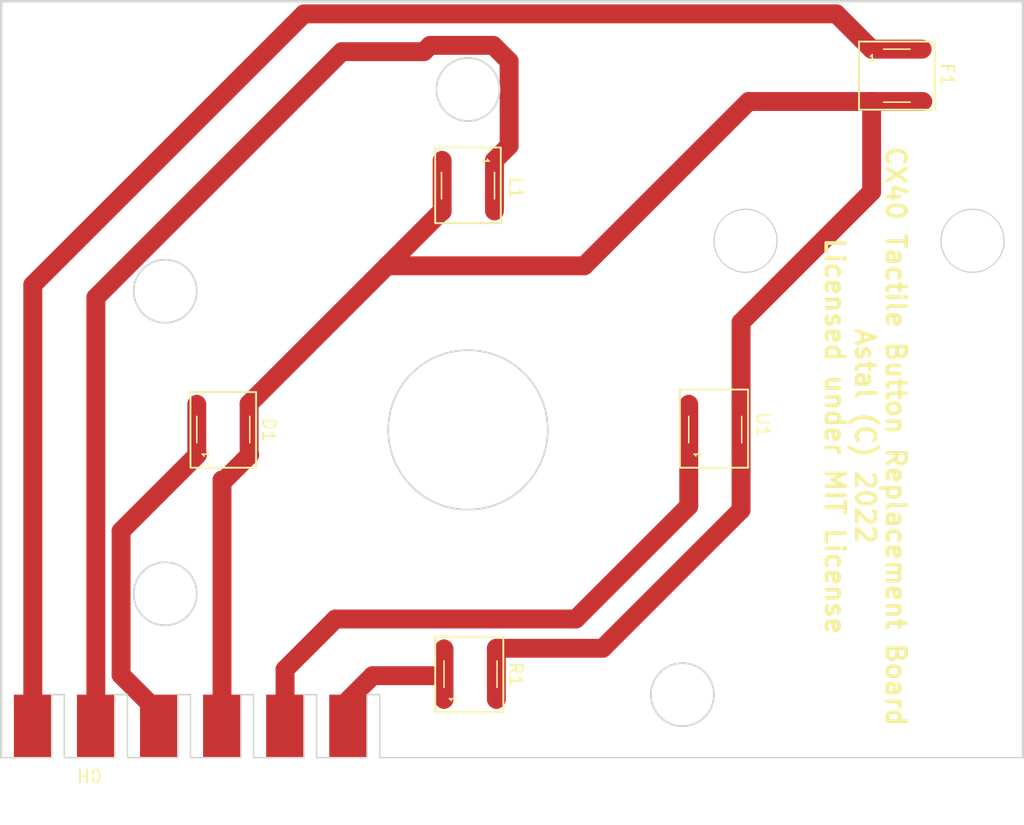
<source format=kicad_pcb>
(kicad_pcb (version 20211014) (generator pcbnew)
  (layers (0 "F.Cu" signal) (31 "B.Cu" signal) (34 "B.Paste" user) (35 "F.Paste" user) (36 "B.SilkS" user "B.Silkscreen") (37 "F.SilkS" user "F.Silkscreen") (38 "B.Mask" user) (39 "F.Mask" user) (44 "Edge.Cuts" user))
  (net 0 "")
  (net 1 "Net-(H0-Pad5)")
  (net 2 "Net-(H0-Pad6)")
  (net 3 "Net-(D1-Pad1)")
  (net 4 "Net-(F1-Pad1)")
  (net 5 "Net-(H0-Pad2)")
  (net 6 "Net-(D1-Pad2)")
  (footprint "CX40:Button" (layer "F.Cu") (at 144.7 97.075 -90)
    (fp_text reference "L1" (at -8.275 -9.1 -90 unlocked) (layer "F.SilkS"))
    (fp_text value "Button")
    (fp_text user "1" (at -10.4 -6.7 -90 unlocked) (layer "F.SilkS") (effects (font (size 0.5 0.5) (thickness 0.125))))
    (fp_line (start -9.5 -7.4) (end -7.4 -7.4) (layer "F.SilkS") (width 0.12))
    (fp_line (start -9.5 -3.2) (end -7.4 -3.2) (layer "F.SilkS") (width 0.12))
    (pad "1" smd roundrect (at -10.45 -7.4 270) (size 1.5 0.5) (layers "F.Cu" "F.Paste" "F.Mask") (net 5 "Net-(H0-Pad2)"))
    (pad "1" smd roundrect (at -6.45 -7.4 270) (size 1.5 0.5) (layers "F.Cu" "F.Paste" "F.Mask") (net 5 "Net-(H0-Pad2)"))
    (pad "2" smd roundrect (at -10.45 -3.25 270) (size 1.5 0.5) (layers "F.Cu" "F.Paste" "F.Mask") (net 6 "Net-(D1-Pad2)"))
    (pad "2" smd roundrect (at -6.4 -3.25 270) (size 1.5 0.5) (layers "F.Cu" "F.Paste" "F.Mask") (net 6 "Net-(D1-Pad2)"))
  )
  (footprint "CX40:Button" (layer "F.Cu") (at 174.9 99.525 90)
    (fp_text reference "U1" (at -8.075 -1.5 270 unlocked) (layer "F.SilkS"))
    (fp_text value "Button")
    (fp_text user "1" (at -10.4 -6.7 90 unlocked) (layer "F.SilkS") (effects (font (size 0.5 0.5) (thickness 0.125))))
    (fp_line (start -9.5 -3.2) (end -7.4 -3.2) (layer "F.SilkS") (width 0.12))
    (fp_line (start -9.5 -7.4) (end -7.4 -7.4) (layer "F.SilkS") (width 0.12))
    (pad "1" smd roundrect (at -6.45 -7.4 90) (size 1.5 0.5) (layers "F.Cu" "F.Paste" "F.Mask") (net 1 "Net-(H0-Pad5)"))
    (pad "1" smd roundrect (at -10.45 -7.4 90) (size 1.5 0.5) (layers "F.Cu" "F.Paste" "F.Mask") (net 1 "Net-(H0-Pad5)"))
    (pad "2" smd roundrect (at -6.4 -3.25 90) (size 1.5 0.5) (layers "F.Cu" "F.Paste" "F.Mask") (net 6 "Net-(D1-Pad2)"))
    (pad "2" smd roundrect (at -10.45 -3.25 90) (size 1.5 0.5) (layers "F.Cu" "F.Paste" "F.Mask") (net 6 "Net-(D1-Pad2)"))
  )
  (footprint "CX40:CableBreakout" (layer "F.Cu") (at 120 136)
    (fp_text reference "H0" (at 0 -0.5 unlocked) (layer "F.SilkS"))
    (fp_text value "CX40-WIRE-HEAD")
    (fp_line (start -3 -2) (end -6 -2) (layer "Edge.Cuts") (width 0.12))
    (fp_line (start 7 -7) (end 8 -7) (layer "Edge.Cuts") (width 0.12))
    (fp_line (start 17 -7) (end 18 -7) (layer "Edge.Cuts") (width 0.12))
    (fp_line (start -2 -7) (end -3 -7) (layer "Edge.Cuts") (width 0.12))
    (fp_line (start 22 -2) (end 22 -7) (layer "Edge.Cuts") (width 0.12))
    (fp_line (start 7 -2) (end 7 -7) (layer "Edge.Cuts") (width 0.12))
    (fp_line (start 3 -7) (end 3 -2) (layer "Edge.Cuts") (width 0.12))
    (fp_line (start 2 -2) (end 2 -7) (layer "Edge.Cuts") (width 0.12))
    (fp_line (start 13 -7) (end 13 -2) (layer "Edge.Cuts") (width 0.12))
    (fp_line (start 2 -7) (end 2.75 -7) (layer "Edge.Cuts") (width 0.12))
    (fp_line (start -2 -2) (end -1 -2) (layer "Edge.Cuts") (width 0.12))
    (fp_line (start 17 -6.75) (end 17 -7) (layer "Edge.Cuts") (width 0.12))
    (fp_line (start 8 -7) (end 8 -2) (layer "Edge.Cuts") (width 0.12))
    (fp_line (start 3 -2) (end 7 -2) (layer "Edge.Cuts") (width 0.12))
    (fp_line (start 12 -2) (end 12 -7) (layer "Edge.Cuts") (width 0.12))
    (fp_line (start 23 -7) (end 23 -2) (layer "Edge.Cuts") (width 0.12))
    (fp_line (start 17 -2) (end 17 -6.75) (layer "Edge.Cuts") (width 0.12))
    (fp_line (start 22 -7) (end 23 -7) (layer "Edge.Cuts") (width 0.12))
    (fp_line (start 18 -7) (end 18 -2) (layer "Edge.Cuts") (width 0.12))
    (fp_line (start 8 -2) (end 12 -2) (layer "Edge.Cuts") (width 0.12))
    (fp_line (start -2 -2) (end -2 -7) (layer "Edge.Cuts") (width 0.12))
    (fp_line (start 12 -7) (end 13 -7) (layer "Edge.Cuts") (width 0.12))
    (fp_line (start 2.75 -7) (end 3 -7) (layer "Edge.Cuts") (width 0.12))
    (fp_line (start -3 -2) (end -3 -7) (layer "Edge.Cuts") (width 0.12))
    (fp_line (start -1 -2) (end 2 -2) (layer "Edge.Cuts") (width 0.12))
    (fp_line (start 13 -2) (end 17 -2) (layer "Edge.Cuts") (width 0.12))
    (fp_line (start 18 -2) (end 22 -2) (layer "Edge.Cuts") (width 0.12))
    (pad "1" connect rect (at -4.5 -4.5) (size 3 5) (layers "F.Cu" "F.Mask") (net 4 "Net-(F1-Pad1)"))
    (pad "2" connect rect (at 0.5 -4.5) (size 3 5) (layers "F.Cu" "F.Mask") (net 5 "Net-(H0-Pad2)"))
    (pad "3" connect rect (at 5.5 -4.5) (size 3 5) (layers "F.Cu" "F.Mask") (net 3 "Net-(D1-Pad1)"))
    (pad "4" connect rect (at 10.5 -4.5) (size 3 5) (layers "F.Cu" "F.Mask") (net 6 "Net-(D1-Pad2)"))
    (pad "5" connect rect (at 15.5 -4.5) (size 3 5) (layers "F.Cu" "F.Mask") (net 1 "Net-(H0-Pad5)"))
    (pad "6" connect rect (at 20.5 -4.5) (size 3 5) (layers "F.Cu" "F.Mask") (net 2 "Net-(H0-Pad6)"))
  )
  (footprint "CX40:Button" (layer "F.Cu") (at 192.45 85.2)
    (fp_text reference "F1" (at -4.45 -5.4 270 unlocked) (layer "F.SilkS"))
    (fp_text value "Button")
    (fp_text user "1" (at -10.4 -6.7 unlocked) (layer "F.SilkS") (effects (font (size 0.5 0.5) (thickness 0.125))))
    (fp_line (start -9.5 -3.2) (end -7.4 -3.2) (layer "F.SilkS") (width 0.12))
    (fp_line (start -9.5 -7.4) (end -7.4 -7.4) (layer "F.SilkS") (width 0.12))
    (pad "1" smd roundrect (at -10.45 -7.4) (size 1.5 0.5) (layers "F.Cu" "F.Paste" "F.Mask") (net 4 "Net-(F1-Pad1)"))
    (pad "1" smd roundrect (at -6.45 -7.4) (size 1.5 0.5) (layers "F.Cu" "F.Paste" "F.Mask") (net 4 "Net-(F1-Pad1)"))
    (pad "2" smd roundrect (at -10.45 -3.25) (size 1.5 0.5) (layers "F.Cu" "F.Paste" "F.Mask") (net 6 "Net-(D1-Pad2)"))
    (pad "2" smd roundrect (at -6.4 -3.25) (size 1.5 0.5) (layers "F.Cu" "F.Paste" "F.Mask") (net 6 "Net-(D1-Pad2)"))
  )
  (footprint "CX40:Button" (layer "F.Cu") (at 135.9 99.525 90)
    (fp_text reference "D1" (at -8.475 -1.7 270 unlocked) (layer "F.SilkS"))
    (fp_text value "Button")
    (fp_text user "1" (at -10.4 -6.7 90 unlocked) (layer "F.SilkS") (effects (font (size 0.5 0.5) (thickness 0.125))))
    (fp_line (start -9.5 -7.4) (end -7.4 -7.4) (layer "F.SilkS") (width 0.12))
    (fp_line (start -9.5 -3.2) (end -7.4 -3.2) (layer "F.SilkS") (width 0.12))
    (pad "1" smd roundrect (at -10.45 -7.4 90) (size 1.5 0.5) (layers "F.Cu" "F.Paste" "F.Mask") (net 3 "Net-(D1-Pad1)"))
    (pad "1" smd roundrect (at -6.45 -7.4 90) (size 1.5 0.5) (layers "F.Cu" "F.Paste" "F.Mask") (net 3 "Net-(D1-Pad1)"))
    (pad "2" smd roundrect (at -10.45 -3.25 90) (size 1.5 0.5) (layers "F.Cu" "F.Paste" "F.Mask") (net 6 "Net-(D1-Pad2)"))
    (pad "2" smd roundrect (at -6.4 -3.25 90) (size 1.5 0.5) (layers "F.Cu" "F.Paste" "F.Mask") (net 6 "Net-(D1-Pad2)"))
  )
  (footprint "CX40:Button" (layer "F.Cu") (at 155.5 118.925 90)
    (fp_text reference "R1" (at -8.475 -1.7 270 unlocked) (layer "F.SilkS"))
    (fp_text value "Button")
    (fp_text user "1" (at -10.4 -6.7 90 unlocked) (layer "F.SilkS") (effects (font (size 0.5 0.5) (thickness 0.125))))
    (fp_line (start -9.5 -7.4) (end -7.4 -7.4) (layer "F.SilkS") (width 0.12))
    (fp_line (start -9.5 -3.2) (end -7.4 -3.2) (layer "F.SilkS") (width 0.12))
    (pad "1" smd roundrect (at -10.45 -7.4 90) (size 1.5 0.5) (layers "F.Cu" "F.Paste" "F.Mask") (net 2 "Net-(H0-Pad6)"))
    (pad "1" smd roundrect (at -6.45 -7.4 90) (size 1.5 0.5) (layers "F.Cu" "F.Paste" "F.Mask") (net 2 "Net-(H0-Pad6)"))
    (pad "2" smd roundrect (at -10.45 -3.25 90) (size 1.5 0.5) (layers "F.Cu" "F.Paste" "F.Mask") (net 6 "Net-(D1-Pad2)"))
    (pad "2" smd roundrect (at -6.4 -3.25 90) (size 1.5 0.5) (layers "F.Cu" "F.Paste" "F.Mask") (net 6 "Net-(D1-Pad2)"))
  )
  (gr_rect (start 181 77.2) (end 187 82.6) (layer "F.SilkS") (width 0.15) (fill none))
  (gr_rect (start 152.6 91.6) (end 147.4 85.6) (layer "F.SilkS") (width 0.15) (fill none))
  (gr_rect (start 128 105) (end 133.2 111) (layer "F.SilkS") (width 0.15) (fill none))
  (gr_rect (start 147.4 124.4) (end 152.8 130.4) (layer "F.SilkS") (width 0.15) (fill none))
  (gr_rect (start 166.8 104.8) (end 172.2 111) (layer "F.SilkS") (width 0.15) (fill none))
  (gr_circle (center 126 97) (end 128.5 97) (layer "Edge.Cuts") (width 0.15) (fill none))
  (gr_line (start 143 134) (end 194 134) (layer "Edge.Cuts") (width 0.1))
  (gr_circle (center 172 93) (end 174.5 93) (layer "Edge.Cuts") (width 0.1) (fill none))
  (gr_line (start 194 74) (end 194 134) (layer "Edge.Cuts") (width 0.2))
  (gr_circle (center 150 108) (end 156.324555 108) (layer "Edge.Cuts") (width 0.15) (fill none))
  (gr_circle (center 150 81) (end 152.5 81) (layer "Edge.Cuts") (width 0.15) (fill none))
  (gr_circle (center 190 93) (end 192.5 93) (layer "Edge.Cuts") (width 0.1) (fill none))
  (gr_line (start 113 134) (end 114 134) (layer "Edge.Cuts") (width 0.1))
  (gr_line (start 113 74) (end 113 134) (layer "Edge.Cuts") (width 0.2))
  (gr_circle (center 167 129) (end 169.5 129) (layer "Edge.Cuts") (width 0.15) (fill none))
  (gr_line (start 194 74) (end 113 74) (layer "Edge.Cuts") (width 0.2))
  (gr_circle (center 126 121) (end 128.5 121) (layer "Edge.Cuts") (width 0.15) (fill none))
  (gr_text "CX40 Tactile Button Replacement Board\nAstal (C) 2022\nLicensed under MIT License\n" (at 181.5 108.5 270) (layer "F.SilkS") (effects (font (size 1.5 1.5) (thickness 0.3))))
  (segment (start 135.5 127) (end 139.5 123) (width 1.5) (layer "F.Cu") (net 1))
  (segment (start 135.5 131.5) (end 135.5 127) (width 1.5) (layer "F.Cu") (net 1))
  (segment (start 167.5 114.05) (end 158.55 123) (width 1.5) (layer "F.Cu") (net 1))
  (segment (start 167.5 109.975) (end 167.5 114.05) (width 1.5) (layer "F.Cu") (net 1))
  (segment (start 139.5 123) (end 158.55 123) (width 1.5) (layer "F.Cu") (net 1))
  (segment (start 167.5 105.975) (end 167.5 109.975) (width 1.5) (layer "F.Cu") (net 1))
  (segment (start 140.5 131.5) (end 140.5 129.439312) (width 1.5) (layer "F.Cu") (net 2))
  (segment (start 142.439312 127.5) (end 147.9 127.5) (width 1.5) (layer "F.Cu") (net 2))
  (segment (start 140.5 129.439312) (end 142.439312 127.5) (width 1.5) (layer "F.Cu") (net 2))
  (segment (start 148.1 125.375) (end 148.1 127.3) (width 1.5) (layer "F.Cu") (net 2))
  (segment (start 147.9 127.5) (end 148.1 127.3) (width 1.5) (layer "F.Cu") (net 2))
  (segment (start 148.1 127.3) (end 148.1 129.375) (width 1.5) (layer "F.Cu") (net 2))
  (segment (start 122.5 116.025) (end 128.55 109.975) (width 1.5) (layer "F.Cu") (net 3))
  (segment (start 128.5 109.975) (end 128.5 105.975) (width 1.5) (layer "F.Cu") (net 3))
  (segment (start 126.24998 131.25002) (end 126.24998 131.189292) (width 1.5) (layer "F.Cu") (net 3))
  (segment (start 122.5 127.439312) (end 122.5 116.025) (width 1.5) (layer "F.Cu") (net 3))
  (segment (start 125.5 131.5) (end 126 131.5) (width 1.5) (layer "F.Cu") (net 3))
  (segment (start 126 131.5) (end 126.24998 131.25002) (width 1.5) (layer "F.Cu") (net 3))
  (segment (start 126.24998 131.189292) (end 122.5 127.439312) (width 1.5) (layer "F.Cu") (net 3))
  (segment (start 137 75) (end 179.2 75) (width 1.5) (layer "F.Cu") (net 4))
  (segment (start 182 77.8) (end 186 77.8) (width 1.5) (layer "F.Cu") (net 4))
  (segment (start 115.5 131.5) (end 115.5 96.5) (width 1.5) (layer "F.Cu") (net 4))
  (segment (start 115.5 96.5) (end 137 75) (width 1.5) (layer "F.Cu") (net 4))
  (segment (start 179.2 75) (end 182 77.8) (width 1.5) (layer "F.Cu") (net 4))
  (segment (start 153.261863 85.463137) (end 152.1 86.625) (width 1.5) (layer "F.Cu") (net 5))
  (segment (start 147 77.5) (end 152 77.5) (width 1.5) (layer "F.Cu") (net 5))
  (segment (start 140 78) (end 146.5 78) (width 1.5) (layer "F.Cu") (net 5))
  (segment (start 120.5 131.5) (end 120.5 97.5) (width 1.5) (layer "F.Cu") (net 5))
  (segment (start 153.261863 78.761863) (end 153.261863 85.463137) (width 1.5) (layer "F.Cu") (net 5))
  (segment (start 120.5 97.5) (end 140 78) (width 1.5) (layer "F.Cu") (net 5))
  (segment (start 152 77.5) (end 153.261863 78.761863) (width 1.5) (layer "F.Cu") (net 5))
  (segment (start 152.1 86.625) (end 152.1 90.625) (width 1.5) (layer "F.Cu") (net 5))
  (segment (start 146.5 78) (end 147 77.5) (width 1.5) (layer "F.Cu") (net 5))
  (segment (start 147.9 90.675) (end 143.5875 94.9875) (width 1.5) (layer "F.Cu") (net 6))
  (segment (start 182 81.95) (end 172.25 81.95) (width 1.5) (layer "F.Cu") (net 6))
  (segment (start 160.675 125.325) (end 171.65 114.35) (width 1.5) (layer "F.Cu") (net 6))
  (segment (start 172.25 81.95) (end 159.2125 94.9875) (width 1.5) (layer "F.Cu") (net 6))
  (segment (start 152.25 125.325) (end 160.675 125.325) (width 1.5) (layer "F.Cu") (net 6))
  (segment (start 147.95 90.675) (end 147.9 90.675) (width 1.5) (layer "F.Cu") (net 6))
  (segment (start 171.65 105.925) (end 171.65 109.975) (width 1.5) (layer "F.Cu") (net 6))
  (segment (start 130.5 131.5) (end 130.5 111.98) (width 1.5) (layer "F.Cu") (net 6))
  (segment (start 130.5 111.98) (end 130.695 111.98) (width 1.5) (layer "F.Cu") (net 6))
  (segment (start 186.05 81.95) (end 182 81.95) (width 1.5) (layer "F.Cu") (net 6))
  (segment (start 171.65 114.35) (end 171.65 109.975) (width 1.5) (layer "F.Cu") (net 6))
  (segment (start 147.95 86.625) (end 147.95 90.675) (width 1.5) (layer "F.Cu") (net 6))
  (segment (start 182 81.95) (end 182 89.116516) (width 1.5) (layer "F.Cu") (net 6))
  (segment (start 132.65 109.975) (end 132.65 105.925) (width 1.5) (layer "F.Cu") (net 6))
  (segment (start 130.695 111.98) (end 132.7 109.975) (width 1.5) (layer "F.Cu") (net 6))
  (segment (start 182 89.116516) (end 171.65 99.466516) (width 1.5) (layer "F.Cu") (net 6))
  (segment (start 143.5875 94.9875) (end 132.65 105.925) (width 1.5) (layer "F.Cu") (net 6))
  (segment (start 152.25 129.375) (end 152.25 125.325) (width 1.5) (layer "F.Cu") (net 6))
  (segment (start 171.65 99.466516) (end 171.65 105.925) (width 1.5) (layer "F.Cu") (net 6))
  (segment (start 159.2125 94.9875) (end 143.5875 94.9875) (width 1.5) (layer "F.Cu") (net 6))
)
</source>
